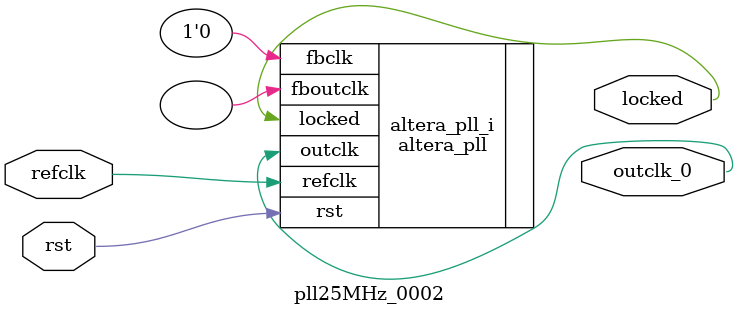
<source format=v>
`timescale 1ns/10ps
module  pll25MHz_0002(

	// interface 'refclk'
	input wire refclk,

	// interface 'reset'
	input wire rst,

	// interface 'outclk0'
	output wire outclk_0,

	// interface 'locked'
	output wire locked
);

	altera_pll #(
		.fractional_vco_multiplier("false"),
		.reference_clock_frequency("50.0 MHz"),
		.operation_mode("direct"),
		.number_of_clocks(1),
		.output_clock_frequency0("25.000000 MHz"),
		.phase_shift0("0 ps"),
		.duty_cycle0(50),
		.output_clock_frequency1("0 MHz"),
		.phase_shift1("0 ps"),
		.duty_cycle1(50),
		.output_clock_frequency2("0 MHz"),
		.phase_shift2("0 ps"),
		.duty_cycle2(50),
		.output_clock_frequency3("0 MHz"),
		.phase_shift3("0 ps"),
		.duty_cycle3(50),
		.output_clock_frequency4("0 MHz"),
		.phase_shift4("0 ps"),
		.duty_cycle4(50),
		.output_clock_frequency5("0 MHz"),
		.phase_shift5("0 ps"),
		.duty_cycle5(50),
		.output_clock_frequency6("0 MHz"),
		.phase_shift6("0 ps"),
		.duty_cycle6(50),
		.output_clock_frequency7("0 MHz"),
		.phase_shift7("0 ps"),
		.duty_cycle7(50),
		.output_clock_frequency8("0 MHz"),
		.phase_shift8("0 ps"),
		.duty_cycle8(50),
		.output_clock_frequency9("0 MHz"),
		.phase_shift9("0 ps"),
		.duty_cycle9(50),
		.output_clock_frequency10("0 MHz"),
		.phase_shift10("0 ps"),
		.duty_cycle10(50),
		.output_clock_frequency11("0 MHz"),
		.phase_shift11("0 ps"),
		.duty_cycle11(50),
		.output_clock_frequency12("0 MHz"),
		.phase_shift12("0 ps"),
		.duty_cycle12(50),
		.output_clock_frequency13("0 MHz"),
		.phase_shift13("0 ps"),
		.duty_cycle13(50),
		.output_clock_frequency14("0 MHz"),
		.phase_shift14("0 ps"),
		.duty_cycle14(50),
		.output_clock_frequency15("0 MHz"),
		.phase_shift15("0 ps"),
		.duty_cycle15(50),
		.output_clock_frequency16("0 MHz"),
		.phase_shift16("0 ps"),
		.duty_cycle16(50),
		.output_clock_frequency17("0 MHz"),
		.phase_shift17("0 ps"),
		.duty_cycle17(50),
		.pll_type("General"),
		.pll_subtype("General")
	) altera_pll_i (
		.rst	(rst),
		.outclk	({outclk_0}),
		.locked	(locked),
		.fboutclk	( ),
		.fbclk	(1'b0),
		.refclk	(refclk)
	);
endmodule


</source>
